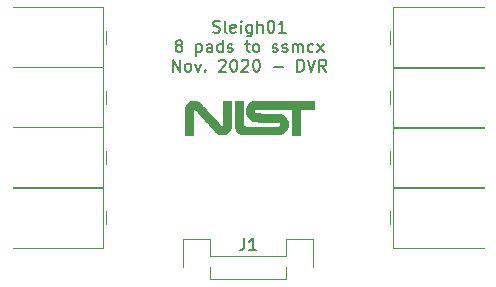
<source format=gbr>
G04 #@! TF.GenerationSoftware,KiCad,Pcbnew,5.1.4*
G04 #@! TF.CreationDate,2020-11-16T17:48:16-07:00*
G04 #@! TF.ProjectId,sleigh,736c6569-6768-42e6-9b69-6361645f7063,rev?*
G04 #@! TF.SameCoordinates,Original*
G04 #@! TF.FileFunction,Legend,Top*
G04 #@! TF.FilePolarity,Positive*
%FSLAX46Y46*%
G04 Gerber Fmt 4.6, Leading zero omitted, Abs format (unit mm)*
G04 Created by KiCad (PCBNEW 5.1.4) date 2020-11-16 17:48:16*
%MOMM*%
%LPD*%
G04 APERTURE LIST*
%ADD10C,0.150000*%
%ADD11C,0.010000*%
%ADD12C,0.120000*%
G04 APERTURE END LIST*
D10*
X149428571Y-73754761D02*
X149571428Y-73802380D01*
X149809523Y-73802380D01*
X149904761Y-73754761D01*
X149952380Y-73707142D01*
X150000000Y-73611904D01*
X150000000Y-73516666D01*
X149952380Y-73421428D01*
X149904761Y-73373809D01*
X149809523Y-73326190D01*
X149619047Y-73278571D01*
X149523809Y-73230952D01*
X149476190Y-73183333D01*
X149428571Y-73088095D01*
X149428571Y-72992857D01*
X149476190Y-72897619D01*
X149523809Y-72850000D01*
X149619047Y-72802380D01*
X149857142Y-72802380D01*
X150000000Y-72850000D01*
X150571428Y-73802380D02*
X150476190Y-73754761D01*
X150428571Y-73659523D01*
X150428571Y-72802380D01*
X151333333Y-73754761D02*
X151238095Y-73802380D01*
X151047619Y-73802380D01*
X150952380Y-73754761D01*
X150904761Y-73659523D01*
X150904761Y-73278571D01*
X150952380Y-73183333D01*
X151047619Y-73135714D01*
X151238095Y-73135714D01*
X151333333Y-73183333D01*
X151380952Y-73278571D01*
X151380952Y-73373809D01*
X150904761Y-73469047D01*
X151809523Y-73802380D02*
X151809523Y-73135714D01*
X151809523Y-72802380D02*
X151761904Y-72850000D01*
X151809523Y-72897619D01*
X151857142Y-72850000D01*
X151809523Y-72802380D01*
X151809523Y-72897619D01*
X152714285Y-73135714D02*
X152714285Y-73945238D01*
X152666666Y-74040476D01*
X152619047Y-74088095D01*
X152523809Y-74135714D01*
X152380952Y-74135714D01*
X152285714Y-74088095D01*
X152714285Y-73754761D02*
X152619047Y-73802380D01*
X152428571Y-73802380D01*
X152333333Y-73754761D01*
X152285714Y-73707142D01*
X152238095Y-73611904D01*
X152238095Y-73326190D01*
X152285714Y-73230952D01*
X152333333Y-73183333D01*
X152428571Y-73135714D01*
X152619047Y-73135714D01*
X152714285Y-73183333D01*
X153190476Y-73802380D02*
X153190476Y-72802380D01*
X153619047Y-73802380D02*
X153619047Y-73278571D01*
X153571428Y-73183333D01*
X153476190Y-73135714D01*
X153333333Y-73135714D01*
X153238095Y-73183333D01*
X153190476Y-73230952D01*
X154285714Y-72802380D02*
X154380952Y-72802380D01*
X154476190Y-72850000D01*
X154523809Y-72897619D01*
X154571428Y-72992857D01*
X154619047Y-73183333D01*
X154619047Y-73421428D01*
X154571428Y-73611904D01*
X154523809Y-73707142D01*
X154476190Y-73754761D01*
X154380952Y-73802380D01*
X154285714Y-73802380D01*
X154190476Y-73754761D01*
X154142857Y-73707142D01*
X154095238Y-73611904D01*
X154047619Y-73421428D01*
X154047619Y-73183333D01*
X154095238Y-72992857D01*
X154142857Y-72897619D01*
X154190476Y-72850000D01*
X154285714Y-72802380D01*
X155571428Y-73802380D02*
X155000000Y-73802380D01*
X155285714Y-73802380D02*
X155285714Y-72802380D01*
X155190476Y-72945238D01*
X155095238Y-73040476D01*
X155000000Y-73088095D01*
X146452380Y-74880952D02*
X146357142Y-74833333D01*
X146309523Y-74785714D01*
X146261904Y-74690476D01*
X146261904Y-74642857D01*
X146309523Y-74547619D01*
X146357142Y-74500000D01*
X146452380Y-74452380D01*
X146642857Y-74452380D01*
X146738095Y-74500000D01*
X146785714Y-74547619D01*
X146833333Y-74642857D01*
X146833333Y-74690476D01*
X146785714Y-74785714D01*
X146738095Y-74833333D01*
X146642857Y-74880952D01*
X146452380Y-74880952D01*
X146357142Y-74928571D01*
X146309523Y-74976190D01*
X146261904Y-75071428D01*
X146261904Y-75261904D01*
X146309523Y-75357142D01*
X146357142Y-75404761D01*
X146452380Y-75452380D01*
X146642857Y-75452380D01*
X146738095Y-75404761D01*
X146785714Y-75357142D01*
X146833333Y-75261904D01*
X146833333Y-75071428D01*
X146785714Y-74976190D01*
X146738095Y-74928571D01*
X146642857Y-74880952D01*
X148023809Y-74785714D02*
X148023809Y-75785714D01*
X148023809Y-74833333D02*
X148119047Y-74785714D01*
X148309523Y-74785714D01*
X148404761Y-74833333D01*
X148452380Y-74880952D01*
X148500000Y-74976190D01*
X148500000Y-75261904D01*
X148452380Y-75357142D01*
X148404761Y-75404761D01*
X148309523Y-75452380D01*
X148119047Y-75452380D01*
X148023809Y-75404761D01*
X149357142Y-75452380D02*
X149357142Y-74928571D01*
X149309523Y-74833333D01*
X149214285Y-74785714D01*
X149023809Y-74785714D01*
X148928571Y-74833333D01*
X149357142Y-75404761D02*
X149261904Y-75452380D01*
X149023809Y-75452380D01*
X148928571Y-75404761D01*
X148880952Y-75309523D01*
X148880952Y-75214285D01*
X148928571Y-75119047D01*
X149023809Y-75071428D01*
X149261904Y-75071428D01*
X149357142Y-75023809D01*
X150261904Y-75452380D02*
X150261904Y-74452380D01*
X150261904Y-75404761D02*
X150166666Y-75452380D01*
X149976190Y-75452380D01*
X149880952Y-75404761D01*
X149833333Y-75357142D01*
X149785714Y-75261904D01*
X149785714Y-74976190D01*
X149833333Y-74880952D01*
X149880952Y-74833333D01*
X149976190Y-74785714D01*
X150166666Y-74785714D01*
X150261904Y-74833333D01*
X150690476Y-75404761D02*
X150785714Y-75452380D01*
X150976190Y-75452380D01*
X151071428Y-75404761D01*
X151119047Y-75309523D01*
X151119047Y-75261904D01*
X151071428Y-75166666D01*
X150976190Y-75119047D01*
X150833333Y-75119047D01*
X150738095Y-75071428D01*
X150690476Y-74976190D01*
X150690476Y-74928571D01*
X150738095Y-74833333D01*
X150833333Y-74785714D01*
X150976190Y-74785714D01*
X151071428Y-74833333D01*
X152166666Y-74785714D02*
X152547619Y-74785714D01*
X152309523Y-74452380D02*
X152309523Y-75309523D01*
X152357142Y-75404761D01*
X152452380Y-75452380D01*
X152547619Y-75452380D01*
X153023809Y-75452380D02*
X152928571Y-75404761D01*
X152880952Y-75357142D01*
X152833333Y-75261904D01*
X152833333Y-74976190D01*
X152880952Y-74880952D01*
X152928571Y-74833333D01*
X153023809Y-74785714D01*
X153166666Y-74785714D01*
X153261904Y-74833333D01*
X153309523Y-74880952D01*
X153357142Y-74976190D01*
X153357142Y-75261904D01*
X153309523Y-75357142D01*
X153261904Y-75404761D01*
X153166666Y-75452380D01*
X153023809Y-75452380D01*
X154500000Y-75404761D02*
X154595238Y-75452380D01*
X154785714Y-75452380D01*
X154880952Y-75404761D01*
X154928571Y-75309523D01*
X154928571Y-75261904D01*
X154880952Y-75166666D01*
X154785714Y-75119047D01*
X154642857Y-75119047D01*
X154547619Y-75071428D01*
X154500000Y-74976190D01*
X154500000Y-74928571D01*
X154547619Y-74833333D01*
X154642857Y-74785714D01*
X154785714Y-74785714D01*
X154880952Y-74833333D01*
X155309523Y-75404761D02*
X155404761Y-75452380D01*
X155595238Y-75452380D01*
X155690476Y-75404761D01*
X155738095Y-75309523D01*
X155738095Y-75261904D01*
X155690476Y-75166666D01*
X155595238Y-75119047D01*
X155452380Y-75119047D01*
X155357142Y-75071428D01*
X155309523Y-74976190D01*
X155309523Y-74928571D01*
X155357142Y-74833333D01*
X155452380Y-74785714D01*
X155595238Y-74785714D01*
X155690476Y-74833333D01*
X156166666Y-75452380D02*
X156166666Y-74785714D01*
X156166666Y-74880952D02*
X156214285Y-74833333D01*
X156309523Y-74785714D01*
X156452380Y-74785714D01*
X156547619Y-74833333D01*
X156595238Y-74928571D01*
X156595238Y-75452380D01*
X156595238Y-74928571D02*
X156642857Y-74833333D01*
X156738095Y-74785714D01*
X156880952Y-74785714D01*
X156976190Y-74833333D01*
X157023809Y-74928571D01*
X157023809Y-75452380D01*
X157928571Y-75404761D02*
X157833333Y-75452380D01*
X157642857Y-75452380D01*
X157547619Y-75404761D01*
X157500000Y-75357142D01*
X157452380Y-75261904D01*
X157452380Y-74976190D01*
X157500000Y-74880952D01*
X157547619Y-74833333D01*
X157642857Y-74785714D01*
X157833333Y-74785714D01*
X157928571Y-74833333D01*
X158261904Y-75452380D02*
X158785714Y-74785714D01*
X158261904Y-74785714D02*
X158785714Y-75452380D01*
X146047619Y-77102380D02*
X146047619Y-76102380D01*
X146619047Y-77102380D01*
X146619047Y-76102380D01*
X147238095Y-77102380D02*
X147142857Y-77054761D01*
X147095238Y-77007142D01*
X147047619Y-76911904D01*
X147047619Y-76626190D01*
X147095238Y-76530952D01*
X147142857Y-76483333D01*
X147238095Y-76435714D01*
X147380952Y-76435714D01*
X147476190Y-76483333D01*
X147523809Y-76530952D01*
X147571428Y-76626190D01*
X147571428Y-76911904D01*
X147523809Y-77007142D01*
X147476190Y-77054761D01*
X147380952Y-77102380D01*
X147238095Y-77102380D01*
X147904761Y-76435714D02*
X148142857Y-77102380D01*
X148380952Y-76435714D01*
X148761904Y-77007142D02*
X148809523Y-77054761D01*
X148761904Y-77102380D01*
X148714285Y-77054761D01*
X148761904Y-77007142D01*
X148761904Y-77102380D01*
X149952380Y-76197619D02*
X150000000Y-76150000D01*
X150095238Y-76102380D01*
X150333333Y-76102380D01*
X150428571Y-76150000D01*
X150476190Y-76197619D01*
X150523809Y-76292857D01*
X150523809Y-76388095D01*
X150476190Y-76530952D01*
X149904761Y-77102380D01*
X150523809Y-77102380D01*
X151142857Y-76102380D02*
X151238095Y-76102380D01*
X151333333Y-76150000D01*
X151380952Y-76197619D01*
X151428571Y-76292857D01*
X151476190Y-76483333D01*
X151476190Y-76721428D01*
X151428571Y-76911904D01*
X151380952Y-77007142D01*
X151333333Y-77054761D01*
X151238095Y-77102380D01*
X151142857Y-77102380D01*
X151047619Y-77054761D01*
X151000000Y-77007142D01*
X150952380Y-76911904D01*
X150904761Y-76721428D01*
X150904761Y-76483333D01*
X150952380Y-76292857D01*
X151000000Y-76197619D01*
X151047619Y-76150000D01*
X151142857Y-76102380D01*
X151857142Y-76197619D02*
X151904761Y-76150000D01*
X152000000Y-76102380D01*
X152238095Y-76102380D01*
X152333333Y-76150000D01*
X152380952Y-76197619D01*
X152428571Y-76292857D01*
X152428571Y-76388095D01*
X152380952Y-76530952D01*
X151809523Y-77102380D01*
X152428571Y-77102380D01*
X153047619Y-76102380D02*
X153142857Y-76102380D01*
X153238095Y-76150000D01*
X153285714Y-76197619D01*
X153333333Y-76292857D01*
X153380952Y-76483333D01*
X153380952Y-76721428D01*
X153333333Y-76911904D01*
X153285714Y-77007142D01*
X153238095Y-77054761D01*
X153142857Y-77102380D01*
X153047619Y-77102380D01*
X152952380Y-77054761D01*
X152904761Y-77007142D01*
X152857142Y-76911904D01*
X152809523Y-76721428D01*
X152809523Y-76483333D01*
X152857142Y-76292857D01*
X152904761Y-76197619D01*
X152952380Y-76150000D01*
X153047619Y-76102380D01*
X154571428Y-76721428D02*
X155333333Y-76721428D01*
X156571428Y-77102380D02*
X156571428Y-76102380D01*
X156809523Y-76102380D01*
X156952380Y-76150000D01*
X157047619Y-76245238D01*
X157095238Y-76340476D01*
X157142857Y-76530952D01*
X157142857Y-76673809D01*
X157095238Y-76864285D01*
X157047619Y-76959523D01*
X156952380Y-77054761D01*
X156809523Y-77102380D01*
X156571428Y-77102380D01*
X157428571Y-76102380D02*
X157761904Y-77102380D01*
X158095238Y-76102380D01*
X159000000Y-77102380D02*
X158666666Y-76626190D01*
X158428571Y-77102380D02*
X158428571Y-76102380D01*
X158809523Y-76102380D01*
X158904761Y-76150000D01*
X158952380Y-76197619D01*
X159000000Y-76292857D01*
X159000000Y-76435714D01*
X158952380Y-76530952D01*
X158904761Y-76578571D01*
X158809523Y-76626190D01*
X158428571Y-76626190D01*
D11*
G36*
X157969467Y-80238000D02*
G01*
X156784133Y-80238000D01*
X156784133Y-82439333D01*
X156123733Y-82439333D01*
X156123733Y-80238000D01*
X153005395Y-80238000D01*
X152957143Y-80286252D01*
X152914855Y-80349892D01*
X152895424Y-80426539D01*
X152898799Y-80505983D01*
X152924929Y-80578015D01*
X152958810Y-80620476D01*
X152967507Y-80627211D01*
X152979328Y-80632986D01*
X152996878Y-80637906D01*
X153022765Y-80642074D01*
X153059596Y-80645595D01*
X153109978Y-80648571D01*
X153176517Y-80651107D01*
X153261822Y-80653307D01*
X153368497Y-80655273D01*
X153499152Y-80657111D01*
X153656391Y-80658924D01*
X153842823Y-80660815D01*
X154013056Y-80662438D01*
X154230615Y-80664596D01*
X154416923Y-80666724D01*
X154574597Y-80668910D01*
X154706252Y-80671238D01*
X154814506Y-80673793D01*
X154901974Y-80676661D01*
X154971272Y-80679927D01*
X155025016Y-80683677D01*
X155065822Y-80687995D01*
X155096308Y-80692967D01*
X155118428Y-80698477D01*
X155278079Y-80763462D01*
X155419013Y-80853586D01*
X155539023Y-80965355D01*
X155635900Y-81095279D01*
X155707433Y-81239864D01*
X155751415Y-81395619D01*
X155765636Y-81559052D01*
X155752711Y-81701190D01*
X155707416Y-81866190D01*
X155632867Y-82016368D01*
X155531494Y-82148864D01*
X155405726Y-82260820D01*
X155257992Y-82349376D01*
X155170658Y-82386197D01*
X155048466Y-82430867D01*
X153516000Y-82433981D01*
X153231882Y-82434436D01*
X152980020Y-82434567D01*
X152758808Y-82434357D01*
X152566636Y-82433788D01*
X152401896Y-82432844D01*
X152262981Y-82431506D01*
X152148281Y-82429759D01*
X152056188Y-82427584D01*
X151985095Y-82424965D01*
X151933393Y-82421883D01*
X151899474Y-82418323D01*
X151889576Y-82416558D01*
X151745918Y-82368314D01*
X151613592Y-82290802D01*
X151497502Y-82188003D01*
X151402552Y-82063900D01*
X151360641Y-81987003D01*
X151306200Y-81872067D01*
X151296828Y-79560667D01*
X151958133Y-79560667D01*
X151958133Y-80634724D01*
X151958204Y-80854084D01*
X151958455Y-81042035D01*
X151958947Y-81201034D01*
X151959738Y-81333537D01*
X151960889Y-81442003D01*
X151962457Y-81528887D01*
X151964504Y-81596647D01*
X151967088Y-81647741D01*
X151970269Y-81684625D01*
X151974105Y-81709756D01*
X151978657Y-81725592D01*
X151983984Y-81734589D01*
X151984743Y-81735390D01*
X151992043Y-81740062D01*
X152005392Y-81744160D01*
X152026872Y-81747722D01*
X152058567Y-81750783D01*
X152102559Y-81753382D01*
X152160931Y-81755554D01*
X152235767Y-81757336D01*
X152329150Y-81758766D01*
X152443161Y-81759879D01*
X152579886Y-81760714D01*
X152741405Y-81761305D01*
X152929804Y-81761692D01*
X153147164Y-81761909D01*
X153395568Y-81761994D01*
X153491542Y-81762000D01*
X154971732Y-81762000D01*
X155023698Y-81715433D01*
X155072103Y-81651251D01*
X155093911Y-81575284D01*
X155089110Y-81496535D01*
X155057689Y-81424009D01*
X155024122Y-81385477D01*
X154971732Y-81338667D01*
X154011033Y-81338372D01*
X153790625Y-81338210D01*
X153601157Y-81337711D01*
X153439703Y-81336645D01*
X153303336Y-81334776D01*
X153189131Y-81331874D01*
X153094160Y-81327704D01*
X153015497Y-81322034D01*
X152950217Y-81314630D01*
X152895392Y-81305261D01*
X152848097Y-81293693D01*
X152805404Y-81279693D01*
X152764388Y-81263029D01*
X152722122Y-81243467D01*
X152703200Y-81234285D01*
X152578169Y-81155933D01*
X152464139Y-81051442D01*
X152366879Y-80928067D01*
X152292155Y-80793061D01*
X152247344Y-80660862D01*
X152235388Y-80579882D01*
X152230506Y-80480978D01*
X152232547Y-80377855D01*
X152241364Y-80284217D01*
X152252043Y-80229533D01*
X152312253Y-80066707D01*
X152400261Y-79922197D01*
X152514159Y-79798059D01*
X152652039Y-79696346D01*
X152811992Y-79619114D01*
X152822688Y-79615143D01*
X152948733Y-79569133D01*
X155459100Y-79564471D01*
X157969467Y-79559810D01*
X157969467Y-80238000D01*
X157969467Y-80238000D01*
G37*
X157969467Y-80238000D02*
X156784133Y-80238000D01*
X156784133Y-82439333D01*
X156123733Y-82439333D01*
X156123733Y-80238000D01*
X153005395Y-80238000D01*
X152957143Y-80286252D01*
X152914855Y-80349892D01*
X152895424Y-80426539D01*
X152898799Y-80505983D01*
X152924929Y-80578015D01*
X152958810Y-80620476D01*
X152967507Y-80627211D01*
X152979328Y-80632986D01*
X152996878Y-80637906D01*
X153022765Y-80642074D01*
X153059596Y-80645595D01*
X153109978Y-80648571D01*
X153176517Y-80651107D01*
X153261822Y-80653307D01*
X153368497Y-80655273D01*
X153499152Y-80657111D01*
X153656391Y-80658924D01*
X153842823Y-80660815D01*
X154013056Y-80662438D01*
X154230615Y-80664596D01*
X154416923Y-80666724D01*
X154574597Y-80668910D01*
X154706252Y-80671238D01*
X154814506Y-80673793D01*
X154901974Y-80676661D01*
X154971272Y-80679927D01*
X155025016Y-80683677D01*
X155065822Y-80687995D01*
X155096308Y-80692967D01*
X155118428Y-80698477D01*
X155278079Y-80763462D01*
X155419013Y-80853586D01*
X155539023Y-80965355D01*
X155635900Y-81095279D01*
X155707433Y-81239864D01*
X155751415Y-81395619D01*
X155765636Y-81559052D01*
X155752711Y-81701190D01*
X155707416Y-81866190D01*
X155632867Y-82016368D01*
X155531494Y-82148864D01*
X155405726Y-82260820D01*
X155257992Y-82349376D01*
X155170658Y-82386197D01*
X155048466Y-82430867D01*
X153516000Y-82433981D01*
X153231882Y-82434436D01*
X152980020Y-82434567D01*
X152758808Y-82434357D01*
X152566636Y-82433788D01*
X152401896Y-82432844D01*
X152262981Y-82431506D01*
X152148281Y-82429759D01*
X152056188Y-82427584D01*
X151985095Y-82424965D01*
X151933393Y-82421883D01*
X151899474Y-82418323D01*
X151889576Y-82416558D01*
X151745918Y-82368314D01*
X151613592Y-82290802D01*
X151497502Y-82188003D01*
X151402552Y-82063900D01*
X151360641Y-81987003D01*
X151306200Y-81872067D01*
X151296828Y-79560667D01*
X151958133Y-79560667D01*
X151958133Y-80634724D01*
X151958204Y-80854084D01*
X151958455Y-81042035D01*
X151958947Y-81201034D01*
X151959738Y-81333537D01*
X151960889Y-81442003D01*
X151962457Y-81528887D01*
X151964504Y-81596647D01*
X151967088Y-81647741D01*
X151970269Y-81684625D01*
X151974105Y-81709756D01*
X151978657Y-81725592D01*
X151983984Y-81734589D01*
X151984743Y-81735390D01*
X151992043Y-81740062D01*
X152005392Y-81744160D01*
X152026872Y-81747722D01*
X152058567Y-81750783D01*
X152102559Y-81753382D01*
X152160931Y-81755554D01*
X152235767Y-81757336D01*
X152329150Y-81758766D01*
X152443161Y-81759879D01*
X152579886Y-81760714D01*
X152741405Y-81761305D01*
X152929804Y-81761692D01*
X153147164Y-81761909D01*
X153395568Y-81761994D01*
X153491542Y-81762000D01*
X154971732Y-81762000D01*
X155023698Y-81715433D01*
X155072103Y-81651251D01*
X155093911Y-81575284D01*
X155089110Y-81496535D01*
X155057689Y-81424009D01*
X155024122Y-81385477D01*
X154971732Y-81338667D01*
X154011033Y-81338372D01*
X153790625Y-81338210D01*
X153601157Y-81337711D01*
X153439703Y-81336645D01*
X153303336Y-81334776D01*
X153189131Y-81331874D01*
X153094160Y-81327704D01*
X153015497Y-81322034D01*
X152950217Y-81314630D01*
X152895392Y-81305261D01*
X152848097Y-81293693D01*
X152805404Y-81279693D01*
X152764388Y-81263029D01*
X152722122Y-81243467D01*
X152703200Y-81234285D01*
X152578169Y-81155933D01*
X152464139Y-81051442D01*
X152366879Y-80928067D01*
X152292155Y-80793061D01*
X152247344Y-80660862D01*
X152235388Y-80579882D01*
X152230506Y-80480978D01*
X152232547Y-80377855D01*
X152241364Y-80284217D01*
X152252043Y-80229533D01*
X152312253Y-80066707D01*
X152400261Y-79922197D01*
X152514159Y-79798059D01*
X152652039Y-79696346D01*
X152811992Y-79619114D01*
X152822688Y-79615143D01*
X152948733Y-79569133D01*
X155459100Y-79564471D01*
X157969467Y-79559810D01*
X157969467Y-80238000D01*
G36*
X150942133Y-80652033D02*
G01*
X150941840Y-80914348D01*
X150940955Y-81143187D01*
X150939473Y-81338935D01*
X150937388Y-81501977D01*
X150934694Y-81632698D01*
X150931383Y-81731483D01*
X150927451Y-81798718D01*
X150923259Y-81833133D01*
X150875418Y-81981676D01*
X150799396Y-82114388D01*
X150698347Y-82228282D01*
X150575427Y-82320371D01*
X150433790Y-82387669D01*
X150299747Y-82423381D01*
X150159824Y-82432494D01*
X150016647Y-82413081D01*
X149878946Y-82367599D01*
X149755448Y-82298503D01*
X149700529Y-82254767D01*
X149678339Y-82232546D01*
X149635331Y-82187342D01*
X149573441Y-82121255D01*
X149494607Y-82036384D01*
X149400764Y-81934830D01*
X149293850Y-81818692D01*
X149175800Y-81690072D01*
X149048552Y-81551068D01*
X148914041Y-81403780D01*
X148774205Y-81250310D01*
X148769857Y-81245533D01*
X148630885Y-81092921D01*
X148497966Y-80947141D01*
X148372942Y-80810201D01*
X148257656Y-80684113D01*
X148153953Y-80570886D01*
X148063675Y-80472532D01*
X147988666Y-80391060D01*
X147930768Y-80328481D01*
X147891826Y-80286805D01*
X147873681Y-80268043D01*
X147873231Y-80267633D01*
X147823849Y-80240958D01*
X147776176Y-80246630D01*
X147751409Y-80264609D01*
X147745977Y-80272893D01*
X147741326Y-80287692D01*
X147737399Y-80311466D01*
X147734136Y-80346670D01*
X147731477Y-80395762D01*
X147729364Y-80461199D01*
X147727736Y-80545438D01*
X147726534Y-80650936D01*
X147725699Y-80780150D01*
X147725171Y-80935538D01*
X147724892Y-81119556D01*
X147724801Y-81334661D01*
X147724800Y-81365276D01*
X147724800Y-82439333D01*
X147069899Y-82439333D01*
X147058707Y-81791633D01*
X147053864Y-81484522D01*
X147050487Y-81208830D01*
X147048575Y-80964869D01*
X147048127Y-80752952D01*
X147049141Y-80573393D01*
X147051615Y-80426503D01*
X147055549Y-80312596D01*
X147060941Y-80231985D01*
X147065760Y-80194543D01*
X147104999Y-80061597D01*
X147170853Y-79932270D01*
X147257596Y-79814989D01*
X147359501Y-79718180D01*
X147416021Y-79679069D01*
X147539496Y-79622049D01*
X147677938Y-79588471D01*
X147823167Y-79578378D01*
X147967005Y-79591811D01*
X148101275Y-79628812D01*
X148195737Y-79675061D01*
X148214612Y-79687146D01*
X148234228Y-79701151D01*
X148256202Y-79718777D01*
X148282150Y-79741725D01*
X148313690Y-79771695D01*
X148352439Y-79810388D01*
X148400014Y-79859506D01*
X148458033Y-79920749D01*
X148528112Y-79995818D01*
X148611869Y-80086415D01*
X148710921Y-80194239D01*
X148826884Y-80320992D01*
X148961376Y-80468375D01*
X149116015Y-80638089D01*
X149221984Y-80754467D01*
X149362011Y-80908176D01*
X149495815Y-81054874D01*
X149621593Y-81192591D01*
X149737540Y-81319361D01*
X149841849Y-81433215D01*
X149932717Y-81532185D01*
X150008337Y-81614303D01*
X150066906Y-81677602D01*
X150106618Y-81720114D01*
X150125668Y-81739871D01*
X150126732Y-81740833D01*
X150174179Y-81760670D01*
X150222935Y-81752149D01*
X150255373Y-81724365D01*
X150260795Y-81713515D01*
X150265431Y-81695963D01*
X150269342Y-81669222D01*
X150272588Y-81630805D01*
X150275227Y-81578222D01*
X150277320Y-81508987D01*
X150278925Y-81420611D01*
X150280103Y-81310606D01*
X150280914Y-81176486D01*
X150281416Y-81015761D01*
X150281669Y-80825944D01*
X150281733Y-80623699D01*
X150281733Y-79560667D01*
X150942133Y-79560667D01*
X150942133Y-80652033D01*
X150942133Y-80652033D01*
G37*
X150942133Y-80652033D02*
X150941840Y-80914348D01*
X150940955Y-81143187D01*
X150939473Y-81338935D01*
X150937388Y-81501977D01*
X150934694Y-81632698D01*
X150931383Y-81731483D01*
X150927451Y-81798718D01*
X150923259Y-81833133D01*
X150875418Y-81981676D01*
X150799396Y-82114388D01*
X150698347Y-82228282D01*
X150575427Y-82320371D01*
X150433790Y-82387669D01*
X150299747Y-82423381D01*
X150159824Y-82432494D01*
X150016647Y-82413081D01*
X149878946Y-82367599D01*
X149755448Y-82298503D01*
X149700529Y-82254767D01*
X149678339Y-82232546D01*
X149635331Y-82187342D01*
X149573441Y-82121255D01*
X149494607Y-82036384D01*
X149400764Y-81934830D01*
X149293850Y-81818692D01*
X149175800Y-81690072D01*
X149048552Y-81551068D01*
X148914041Y-81403780D01*
X148774205Y-81250310D01*
X148769857Y-81245533D01*
X148630885Y-81092921D01*
X148497966Y-80947141D01*
X148372942Y-80810201D01*
X148257656Y-80684113D01*
X148153953Y-80570886D01*
X148063675Y-80472532D01*
X147988666Y-80391060D01*
X147930768Y-80328481D01*
X147891826Y-80286805D01*
X147873681Y-80268043D01*
X147873231Y-80267633D01*
X147823849Y-80240958D01*
X147776176Y-80246630D01*
X147751409Y-80264609D01*
X147745977Y-80272893D01*
X147741326Y-80287692D01*
X147737399Y-80311466D01*
X147734136Y-80346670D01*
X147731477Y-80395762D01*
X147729364Y-80461199D01*
X147727736Y-80545438D01*
X147726534Y-80650936D01*
X147725699Y-80780150D01*
X147725171Y-80935538D01*
X147724892Y-81119556D01*
X147724801Y-81334661D01*
X147724800Y-81365276D01*
X147724800Y-82439333D01*
X147069899Y-82439333D01*
X147058707Y-81791633D01*
X147053864Y-81484522D01*
X147050487Y-81208830D01*
X147048575Y-80964869D01*
X147048127Y-80752952D01*
X147049141Y-80573393D01*
X147051615Y-80426503D01*
X147055549Y-80312596D01*
X147060941Y-80231985D01*
X147065760Y-80194543D01*
X147104999Y-80061597D01*
X147170853Y-79932270D01*
X147257596Y-79814989D01*
X147359501Y-79718180D01*
X147416021Y-79679069D01*
X147539496Y-79622049D01*
X147677938Y-79588471D01*
X147823167Y-79578378D01*
X147967005Y-79591811D01*
X148101275Y-79628812D01*
X148195737Y-79675061D01*
X148214612Y-79687146D01*
X148234228Y-79701151D01*
X148256202Y-79718777D01*
X148282150Y-79741725D01*
X148313690Y-79771695D01*
X148352439Y-79810388D01*
X148400014Y-79859506D01*
X148458033Y-79920749D01*
X148528112Y-79995818D01*
X148611869Y-80086415D01*
X148710921Y-80194239D01*
X148826884Y-80320992D01*
X148961376Y-80468375D01*
X149116015Y-80638089D01*
X149221984Y-80754467D01*
X149362011Y-80908176D01*
X149495815Y-81054874D01*
X149621593Y-81192591D01*
X149737540Y-81319361D01*
X149841849Y-81433215D01*
X149932717Y-81532185D01*
X150008337Y-81614303D01*
X150066906Y-81677602D01*
X150106618Y-81720114D01*
X150125668Y-81739871D01*
X150126732Y-81740833D01*
X150174179Y-81760670D01*
X150222935Y-81752149D01*
X150255373Y-81724365D01*
X150260795Y-81713515D01*
X150265431Y-81695963D01*
X150269342Y-81669222D01*
X150272588Y-81630805D01*
X150275227Y-81578222D01*
X150277320Y-81508987D01*
X150278925Y-81420611D01*
X150280103Y-81310606D01*
X150280914Y-81176486D01*
X150281416Y-81015761D01*
X150281669Y-80825944D01*
X150281733Y-80623699D01*
X150281733Y-79560667D01*
X150942133Y-79560667D01*
X150942133Y-80652033D01*
D12*
X149200000Y-93666000D02*
X149200000Y-94706000D01*
X155600000Y-93666000D02*
X155600000Y-94706000D01*
X146890000Y-91306000D02*
X146890000Y-93666000D01*
X157910000Y-91306000D02*
X157910000Y-93666000D01*
X149200000Y-91306000D02*
X146890000Y-91306000D01*
X155600000Y-91306000D02*
X157910000Y-91306000D01*
X149200000Y-92746000D02*
X149200000Y-91306000D01*
X155600000Y-92746000D02*
X155600000Y-91306000D01*
X155600000Y-92746000D02*
X149200000Y-92746000D01*
X155600000Y-94706000D02*
X149200000Y-94706000D01*
X164446000Y-89998000D02*
X164446000Y-88898000D01*
X172346000Y-86888000D02*
X164646000Y-86888000D01*
X164646000Y-86888000D02*
X164646000Y-92008000D01*
X172346000Y-92008000D02*
X164646000Y-92008000D01*
X164446000Y-84918000D02*
X164446000Y-83818000D01*
X172346000Y-81808000D02*
X164646000Y-81808000D01*
X164646000Y-81808000D02*
X164646000Y-86928000D01*
X172346000Y-86928000D02*
X164646000Y-86928000D01*
X164446000Y-79838000D02*
X164446000Y-78738000D01*
X172346000Y-76728000D02*
X164646000Y-76728000D01*
X164646000Y-76728000D02*
X164646000Y-81848000D01*
X172346000Y-81848000D02*
X164646000Y-81848000D01*
X164446000Y-74758000D02*
X164446000Y-73658000D01*
X172346000Y-71648000D02*
X164646000Y-71648000D01*
X164646000Y-71648000D02*
X164646000Y-76768000D01*
X172346000Y-76768000D02*
X164646000Y-76768000D01*
X140354000Y-73650000D02*
X140354000Y-74750000D01*
X132454000Y-76760000D02*
X140154000Y-76760000D01*
X140154000Y-76760000D02*
X140154000Y-71640000D01*
X132454000Y-71640000D02*
X140154000Y-71640000D01*
X140354000Y-78730000D02*
X140354000Y-79830000D01*
X132454000Y-81840000D02*
X140154000Y-81840000D01*
X140154000Y-81840000D02*
X140154000Y-76720000D01*
X132454000Y-76720000D02*
X140154000Y-76720000D01*
X140354000Y-83818000D02*
X140354000Y-84918000D01*
X132454000Y-86928000D02*
X140154000Y-86928000D01*
X140154000Y-86928000D02*
X140154000Y-81808000D01*
X132454000Y-81808000D02*
X140154000Y-81808000D01*
X140354000Y-88898000D02*
X140354000Y-89998000D01*
X132454000Y-92008000D02*
X140154000Y-92008000D01*
X140154000Y-92008000D02*
X140154000Y-86888000D01*
X132454000Y-86888000D02*
X140154000Y-86888000D01*
D10*
X152066666Y-91228380D02*
X152066666Y-91942666D01*
X152019047Y-92085523D01*
X151923809Y-92180761D01*
X151780952Y-92228380D01*
X151685714Y-92228380D01*
X153066666Y-92228380D02*
X152495238Y-92228380D01*
X152780952Y-92228380D02*
X152780952Y-91228380D01*
X152685714Y-91371238D01*
X152590476Y-91466476D01*
X152495238Y-91514095D01*
M02*

</source>
